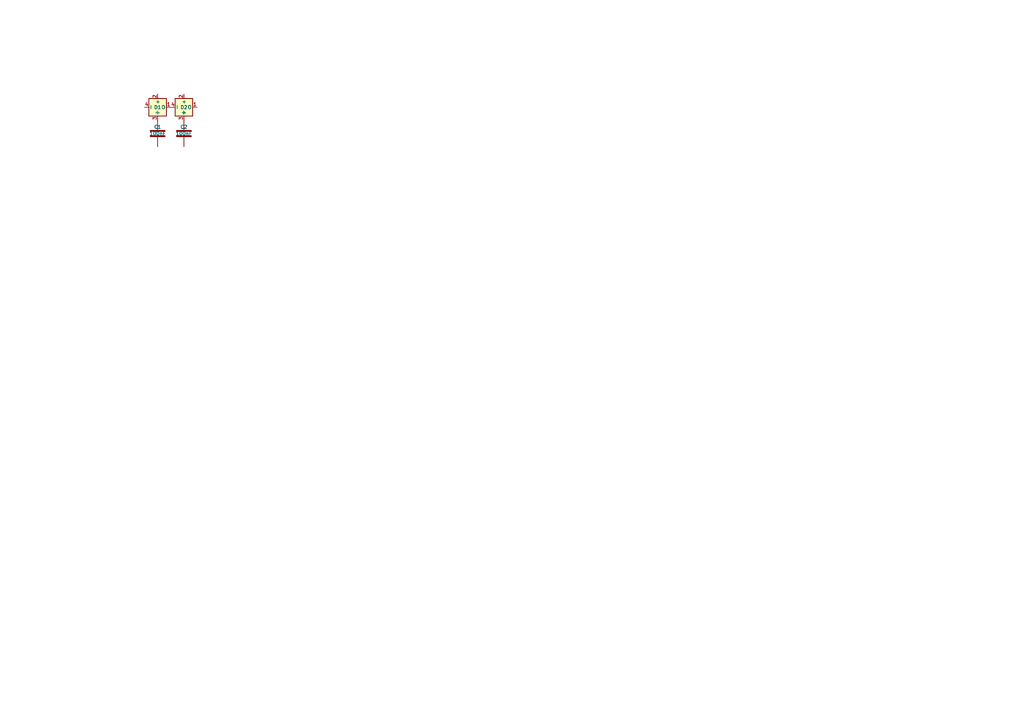
<source format=kicad_sch>
(kicad_sch (version 20230121) (generator eeschema)
  (paper "A4")
  (title_block (title "LED ring coaster") (date "${DATE}") (rev "1") (comment 1 "@revk@toot.me.uk") (comment 2 "www.me.uk"))
  (lib_symbols
    (symbol "Device:C" (pin_numbers hide) (pin_names (offset 0.254))
      (property "Reference" "C" (at 0.635 2.54 0))
      (property "Value" "C" (at 0.635 -2.54 0))
      (symbol "C_0_1"
        (polyline (pts (xy -2.032 -0.762) (xy 2.032 -0.762)) (stroke (width 0.508)))
        (polyline (pts (xy -2.032 0.762) (xy 2.032 0.762)) (stroke (width 0.508)))
      )
      (symbol "C_1_1"
        (pin passive line (at 0 3.81 270) (length 2.794) (name "~") (number "1"))
        (pin passive line (at 0 -3.81 90) (length 2.794) (name "~") (number "2"))
      )
    )
    (symbol "RevK:WS2812B-1mm" (pin_names (offset 0.254))
      (property "Reference" "D" (at 0 0 0))
      (symbol "WS2812B-1mm_0_1"
        (rectangle (start -2.54 2.54) (end 2.54 -2.54) (stroke (width 0.254)) (fill (type background)))
      )
      (symbol "WS2812B-1mm_1_1"
        (pin output line (at 3.81 0 180) (length 1.27) (name "O") (number "1"))
        (pin power_in line (at 0 3.81 270) (length 1.27) (name "+") (number "2"))
        (pin power_in line (at 0 -3.81 90) (length 1.27) (name "⏚") (number "3"))
        (pin input line (at -3.81 0 0) (length 1.27) (name "I") (number "4"))
      )
    )
  )
  (symbol (lib_id "Device:C") (at 45.72 38.735 0) (unit 1)
    (property "Reference" "C1" (at 45.72 36.83 0) (effects (font (size 1 1))))
    (property "Value" "100nF" (at 45.72 38.735 0) (effects (font (size 1 1))))
    (property "Footprint" "RevK:C_0201" (effects hide))
  )
  (symbol (lib_id "RevK:WS2812B-1mm") (at 45.72 31.115 0) (unit 1)
    (property "Reference" "D1" (at 45.72 31.115 0) (effects (font (size 1 1))))
    (property "Value" "XL-1010RGBC-WS2812B" (effects hide))
    (property "Footprint" "RevK:SMD1010" (effects hide))
    (property "Datasheet" "https://datasheet.lcsc.com/lcsc/2301111010_XINGLIGHT-XL-1010RGBC-WS2812B_C5349953.pdf" (effects hide))
    (property "LCSC Part #" "C5349953" (effects hide))
  )
  (symbol (lib_id "RevK:WS2812B-1mm") (at 53.34 31.115 0) (unit 1)
    (property "Reference" "D2" (at 53.34 31.115 0) (effects (font (size 1 1))))
    (property "Value" "XL-1010RGBC-WS2812B" (effects hide))
    (property "Footprint" "RevK:SMD1010" (effects hide))
    (property "Datasheet" "https://datasheet.lcsc.com/lcsc/2301111010_XINGLIGHT-XL-1010RGBC-WS2812B_C5349953.pdf" (effects hide))
    (property "LCSC Part #" "C5349953" (effects hide))
  )
  (symbol (lib_id "Device:C") (at 53.34 38.735 0) (unit 1)
    (property "Reference" "C2" (at 53.34 36.83 0) (effects (font (size 1 1))))
    (property "Value" "100nF" (at 53.34 38.735 0) (effects (font (size 1 1))))
    (property "Footprint" "RevK:C_0201" (effects hide))
  )
)
</source>
